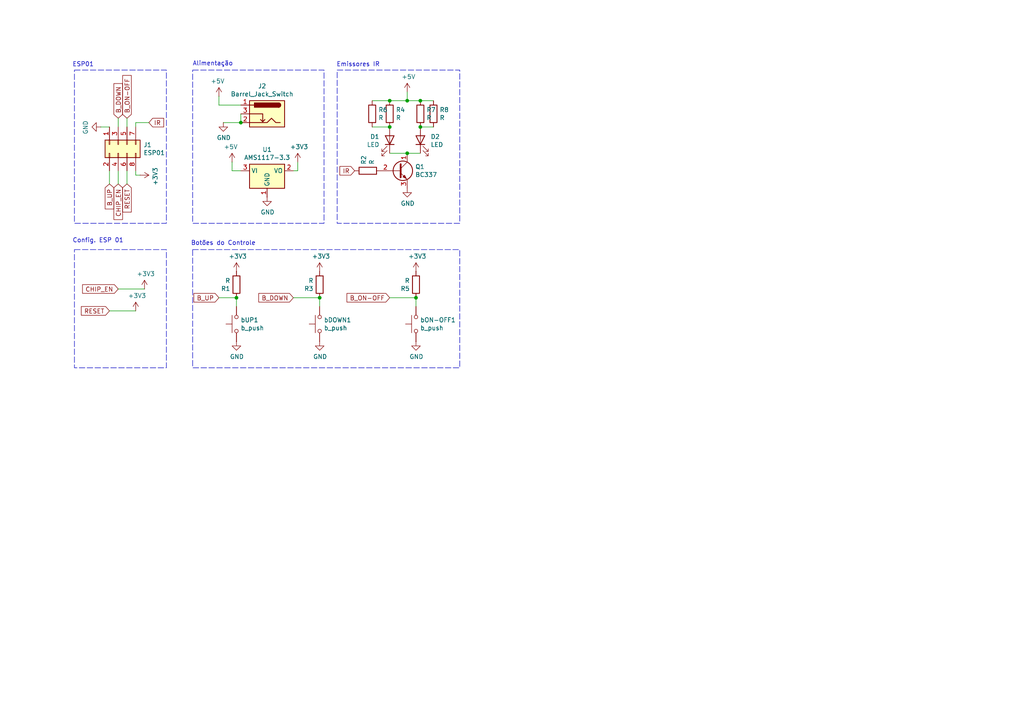
<source format=kicad_sch>
(kicad_sch (version 20250114) (generator "eeschema") (generator_version "9.0")
  (paper "A4")
  (title_block (title "Controle GREL") (date "2025-07-01") (rev "v1") (company "Tomaz"))
  (lib_symbols
    (symbol "Connector:Barrel_Jack_Switch" (pin_names (hide yes))
      (property "Reference" "J" (at 0 5.334 0))
      (property "Value" "Barrel_Jack_Switch" (at 0 -5.08 0))
      (symbol "Barrel_Jack_Switch_0_1"
        (rectangle (start -5.08 3.81) (end 5.08 -3.81) (stroke (width 0.254)) (fill (type background)))
        (polyline (pts (xy -3.81 -2.54) (xy -2.54 -2.54) (xy -1.27 -1.27) (xy 0 -2.54) (xy 2.54 -2.54) (xy 5.08 -2.54)) (stroke (width 0.254)))
        (arc (start -3.302 1.905) (mid -3.9343 2.54) (end -3.302 3.175) (stroke (width 0.254)))
        (arc (start -3.302 1.905) (mid -3.9343 2.54) (end -3.302 3.175) (stroke (width 0.254)) (fill (type outline)))
        (polyline (pts (xy 1.27 -2.286) (xy 1.905 -1.651)) (stroke (width 0.254)))
        (rectangle (start 3.683 3.175) (end -3.302 1.905) (stroke (width 0.254)) (fill (type outline)))
        (polyline (pts (xy 5.08 2.54) (xy 3.81 2.54)) (stroke (width 0.254)))
        (polyline (pts (xy 5.08 0) (xy 1.27 0) (xy 1.27 -2.286) (xy 0.635 -1.651)) (stroke (width 0.254)))
      )
      (symbol "Barrel_Jack_Switch_1_1"
        (pin passive line (at 7.62 2.54 180) (length 2.54) (name "~") (number "1"))
        (pin passive line (at 7.62 0 180) (length 2.54) (name "~") (number "3"))
        (pin passive line (at 7.62 -2.54 180) (length 2.54) (name "~") (number "2"))
      )
    )
    (symbol "Connector_Generic:Conn_02x04_Odd_Even" (pin_names (offset 1.016) (hide yes))
      (property "Reference" "J" (at 1.27 5.08 0))
      (property "Value" "Conn_02x04_Odd_Even" (at 1.27 -7.62 0))
      (symbol "Conn_02x04_Odd_Even_1_1"
        (rectangle (start -1.27 3.81) (end 3.81 -6.35) (stroke (width 0.254)) (fill (type background)))
        (rectangle (start -1.27 2.667) (end 0 2.413) (stroke (width 0.1524)))
        (rectangle (start -1.27 0.127) (end 0 -0.127) (stroke (width 0.1524)))
        (rectangle (start -1.27 -2.413) (end 0 -2.667) (stroke (width 0.1524)))
        (rectangle (start -1.27 -4.953) (end 0 -5.207) (stroke (width 0.1524)))
        (rectangle (start 3.81 2.667) (end 2.54 2.413) (stroke (width 0.1524)))
        (rectangle (start 3.81 0.127) (end 2.54 -0.127) (stroke (width 0.1524)))
        (rectangle (start 3.81 -2.413) (end 2.54 -2.667) (stroke (width 0.1524)))
        (rectangle (start 3.81 -4.953) (end 2.54 -5.207) (stroke (width 0.1524)))
        (pin passive line (at -5.08 2.54 0) (length 3.81) (name "Pin_1") (number "1"))
        (pin passive line (at -5.08 0 0) (length 3.81) (name "Pin_3") (number "3"))
        (pin passive line (at -5.08 -2.54 0) (length 3.81) (name "Pin_5") (number "5"))
        (pin passive line (at -5.08 -5.08 0) (length 3.81) (name "Pin_7") (number "7"))
        (pin passive line (at 7.62 2.54 180) (length 3.81) (name "Pin_2") (number "2"))
        (pin passive line (at 7.62 0 180) (length 3.81) (name "Pin_4") (number "4"))
        (pin passive line (at 7.62 -2.54 180) (length 3.81) (name "Pin_6") (number "6"))
        (pin passive line (at 7.62 -5.08 180) (length 3.81) (name "Pin_8") (number "8"))
      )
    )
    (symbol "Device:LED" (pin_numbers (hide yes)) (pin_names (offset 1.016) (hide yes))
      (property "Reference" "D" (at 0 2.54 0))
      (property "Value" "LED" (at 0 -2.54 0))
      (symbol "LED_0_1"
        (polyline (pts (xy -3.048 -0.762) (xy -4.572 -2.286) (xy -3.81 -2.286) (xy -4.572 -2.286) (xy -4.572 -1.524)))
        (polyline (pts (xy -1.778 -0.762) (xy -3.302 -2.286) (xy -2.54 -2.286) (xy -3.302 -2.286) (xy -3.302 -1.524)))
        (polyline (pts (xy -1.27 0) (xy 1.27 0)))
        (polyline (pts (xy -1.27 -1.27) (xy -1.27 1.27)) (stroke (width 0.254)))
        (polyline (pts (xy 1.27 -1.27) (xy 1.27 1.27) (xy -1.27 0) (xy 1.27 -1.27)) (stroke (width 0.254)))
      )
      (symbol "LED_1_1"
        (pin passive line (at -3.81 0 0) (length 2.54) (name "K") (number "1"))
        (pin passive line (at 3.81 0 180) (length 2.54) (name "A") (number "2"))
      )
    )
    (symbol "Device:R" (pin_numbers (hide yes)) (pin_names (offset 0))
      (property "Reference" "R" (at 2.032 0 90))
      (property "Value" "R" (at 0 0 90))
      (symbol "R_0_1"
        (rectangle (start -1.016 -2.54) (end 1.016 2.54) (stroke (width 0.254)))
      )
      (symbol "R_1_1"
        (pin passive line (at 0 3.81 270) (length 1.27) (name "~") (number "1"))
        (pin passive line (at 0 -3.81 90) (length 1.27) (name "~") (number "2"))
      )
    )
    (symbol "Regulator_Linear:AMS1117-3.3"
      (property "Reference" "U" (at -3.81 3.175 0))
      (property "Value" "AMS1117-3.3" (at 0 3.175 0))
      (symbol "AMS1117-3.3_0_1"
        (rectangle (start -5.08 -5.08) (end 5.08 1.905) (stroke (width 0.254)) (fill (type background)))
      )
      (symbol "AMS1117-3.3_1_1"
        (pin power_in line (at -7.62 0 0) (length 2.54) (name "VI") (number "3"))
        (pin power_in line (at 0 -7.62 90) (length 2.54) (name "GND") (number "1"))
        (pin power_out line (at 7.62 0 180) (length 2.54) (name "VO") (number "2"))
      )
    )
    (symbol "Switch:SW_Push" (pin_numbers (hide yes)) (pin_names (offset 1.016) (hide yes))
      (property "Reference" "SW" (at 1.27 2.54 0))
      (property "Value" "SW_Push" (at 0 -1.524 0))
      (symbol "SW_Push_0_1"
        (circle (center -2.032 0) (radius 0.508))
        (polyline (pts (xy 0 1.27) (xy 0 3.048)))
        (circle (center 2.032 0) (radius 0.508))
        (polyline (pts (xy 2.54 1.27) (xy -2.54 1.27)))
        (pin passive line (at -5.08 0 0) (length 2.54) (name "1") (number "1"))
        (pin passive line (at 5.08 0 180) (length 2.54) (name "2") (number "2"))
      )
    )
    (symbol "Transistor_BJT:BC337" (pin_names (offset 0) (hide yes))
      (property "Reference" "Q" (at 5.08 1.905 0))
      (property "Value" "BC337" (at 5.08 0 0))
      (symbol "BC337_0_1"
        (polyline (pts (xy -2.54 0) (xy 0.635 0)))
        (polyline (pts (xy 0.635 1.905) (xy 0.635 -1.905)) (stroke (width 0.508)))
        (circle (center 1.27 0) (radius 2.8194) (stroke (width 0.254)))
      )
      (symbol "BC337_1_1"
        (polyline (pts (xy 0.635 0.635) (xy 2.54 2.54)))
        (polyline (pts (xy 0.635 -0.635) (xy 2.54 -2.54)))
        (polyline (pts (xy 1.27 -1.778) (xy 1.778 -1.27) (xy 2.286 -2.286) (xy 1.27 -1.778)) (fill (type outline)))
        (pin input line (at -5.08 0 0) (length 2.54) (name "B") (number "2"))
        (pin passive line (at 2.54 5.08 270) (length 2.54) (name "C") (number "1"))
        (pin passive line (at 2.54 -5.08 90) (length 2.54) (name "E") (number "3"))
      )
    )
    (symbol "power:+3V3" (power) (pin_numbers (hide yes)) (pin_names (offset 0) (hide yes))
      (property "Value" "+3V3" (at 0 3.556 0))
      (symbol "+3V3_0_1"
        (polyline (pts (xy -0.762 1.27) (xy 0 2.54)))
        (polyline (pts (xy 0 2.54) (xy 0.762 1.27)))
        (polyline (pts (xy 0 0) (xy 0 2.54)))
      )
      (symbol "+3V3_1_1"
        (pin power_in line (at 0 0 90) (length 0) (name "~") (number "1"))
      )
    )
    (symbol "power:+5V" (power) (pin_numbers (hide yes)) (pin_names (offset 0) (hide yes))
      (property "Value" "+5V" (at 0 3.556 0))
      (symbol "+5V_0_1"
        (polyline (pts (xy -0.762 1.27) (xy 0 2.54)))
        (polyline (pts (xy 0 2.54) (xy 0.762 1.27)))
        (polyline (pts (xy 0 0) (xy 0 2.54)))
      )
      (symbol "+5V_1_1"
        (pin power_in line (at 0 0 90) (length 0) (name "~") (number "1"))
      )
    )
    (symbol "power:GND" (power) (pin_numbers (hide yes)) (pin_names (offset 0) (hide yes))
      (property "Value" "GND" (at 0 -3.81 0))
      (symbol "GND_0_1"
        (polyline (pts (xy 0 0) (xy 0 -1.27) (xy 1.27 -1.27) (xy 0 -2.54) (xy -1.27 -1.27) (xy 0 -1.27)))
      )
      (symbol "GND_1_1"
        (pin power_in line (at 0 0 270) (length 0) (name "~") (number "1"))
      )
    )
  )
  (rectangle (start 97.79 20.32) (end 133.35 64.77) (stroke (width 0) (type dash)))
  (rectangle (start 55.88 20.32) (end 93.98 64.77) (stroke (width 0) (type dash)))
  (rectangle (start 21.59 72.39) (end 48.26 106.68) (stroke (width 0) (type dash)))
  (rectangle (start 21.59 20.32) (end 48.26 64.77) (stroke (width 0) (type dash)))
  (rectangle (start 55.88 72.39) (end 133.35 106.68) (stroke (width 0) (type dash)))
  (text "Botões do Controle" (at 64.77 70.612 0) (effects (font (size 1.27 1.27))))
  (text "Config. ESP 01" (at 28.448 69.85 0) (effects (font (size 1.27 1.27))))
  (text "Emissores IR\n" (at 103.886 18.796 0) (effects (font (size 1.27 1.27))))
  (text "ESP01\n" (at 24.13 18.796 0) (effects (font (size 1.27 1.27))))
  (text "Alimentação\n" (at 61.722 18.542 0) (effects (font (size 1.27 1.27))))
  (junction (at 118.11 29.21))
  (junction (at 121.92 36.83))
  (junction (at 69.85 35.56))
  (junction (at 92.71 86.36))
  (junction (at 121.92 29.21))
  (junction (at 113.03 36.83))
  (junction (at 120.65 86.36))
  (junction (at 68.58 86.36))
  (junction (at 113.03 29.21))
  (junction (at 118.11 44.45))
  (wire (pts (xy 43.18 35.56) (xy 39.37 35.56)))
  (wire (pts (xy 85.09 86.36) (xy 92.71 86.36)))
  (wire (pts (xy 67.31 49.53) (xy 69.85 49.53)))
  (wire (pts (xy 63.5 27.94) (xy 63.5 30.48)))
  (wire (pts (xy 68.58 86.36) (xy 68.58 88.9)))
  (wire (pts (xy 118.11 26.67) (xy 118.11 29.21)))
  (wire (pts (xy 36.83 34.29) (xy 36.83 36.83)))
  (wire (pts (xy 39.37 50.8) (xy 40.64 50.8)))
  (wire (pts (xy 31.75 53.34) (xy 31.75 49.53)))
  (wire (pts (xy 64.77 35.56) (xy 69.85 35.56)))
  (wire (pts (xy 29.21 36.83) (xy 31.75 36.83)))
  (wire (pts (xy 118.11 29.21) (xy 113.03 29.21)))
  (wire (pts (xy 63.5 86.36) (xy 68.58 86.36)))
  (wire (pts (xy 34.29 34.29) (xy 34.29 36.83)))
  (wire (pts (xy 86.36 46.99) (xy 86.36 49.53)))
  (wire (pts (xy 39.37 49.53) (xy 39.37 50.8)))
  (wire (pts (xy 36.83 53.34) (xy 36.83 49.53)))
  (wire (pts (xy 125.73 36.83) (xy 121.92 36.83)))
  (wire (pts (xy 34.29 53.34) (xy 34.29 49.53)))
  (wire (pts (xy 86.36 49.53) (xy 85.09 49.53)))
  (wire (pts (xy 118.11 44.45) (xy 121.92 44.45)))
  (wire (pts (xy 63.5 30.48) (xy 69.85 30.48)))
  (wire (pts (xy 67.31 46.99) (xy 67.31 49.53)))
  (wire (pts (xy 107.95 36.83) (xy 113.03 36.83)))
  (wire (pts (xy 39.37 35.56) (xy 39.37 36.83)))
  (wire (pts (xy 113.03 44.45) (xy 118.11 44.45)))
  (wire (pts (xy 41.91 83.82) (xy 34.29 83.82)))
  (wire (pts (xy 113.03 86.36) (xy 120.65 86.36)))
  (wire (pts (xy 69.85 35.56) (xy 69.85 33.02)))
  (wire (pts (xy 120.65 86.36) (xy 120.65 88.9)))
  (wire (pts (xy 39.37 90.17) (xy 31.75 90.17)))
  (wire (pts (xy 113.03 29.21) (xy 107.95 29.21)))
  (wire (pts (xy 118.11 29.21) (xy 121.92 29.21)))
  (wire (pts (xy 121.92 29.21) (xy 125.73 29.21)))
  (wire (pts (xy 92.71 86.36) (xy 92.71 88.9)))
  (global_label "RESET" (shape input) (at 31.75 90.17 180) (property "Intersheetrefs" "${INTERSHEET_REFS}" (effects (hide yes))))
  (global_label "B_DOWN" (shape input) (at 34.29 34.29 90) (property "Intersheetrefs" "${INTERSHEET_REFS}" (effects (hide yes))))
  (global_label "CHIP_EN" (shape input) (at 34.29 53.34 270) (property "Intersheetrefs" "${INTERSHEET_REFS}" (effects (hide yes))))
  (global_label "IR" (shape input) (at 43.18 35.56 0) (property "Intersheetrefs" "${INTERSHEET_REFS}" (effects (hide yes))))
  (global_label "IR" (shape input) (at 102.87 49.53 180) (property "Intersheetrefs" "${INTERSHEET_REFS}" (effects (hide yes))))
  (global_label "B_UP" (shape input) (at 31.75 53.34 270) (property "Intersheetrefs" "${INTERSHEET_REFS}" (effects (hide yes))))
  (global_label "B_ON-OFF" (shape input) (at 36.83 34.29 90) (property "Intersheetrefs" "${INTERSHEET_REFS}" (effects (hide yes))))
  (global_label "RESET" (shape input) (at 36.83 53.34 270) (property "Intersheetrefs" "${INTERSHEET_REFS}" (effects (hide yes))))
  (global_label "B_UP" (shape input) (at 63.5 86.36 180) (property "Intersheetrefs" "${INTERSHEET_REFS}" (effects (hide yes))))
  (global_label "B_DOWN" (shape input) (at 85.09 86.36 180) (property "Intersheetrefs" "${INTERSHEET_REFS}" (effects (hide yes))))
  (global_label "B_ON-OFF" (shape input) (at 113.03 86.36 180) (property "Intersheetrefs" "${INTERSHEET_REFS}" (effects (hide yes))))
  (global_label "CHIP_EN" (shape input) (at 34.29 83.82 180) (property "Intersheetrefs" "${INTERSHEET_REFS}" (effects (hide yes))))
  (symbol (lib_id "Connector_Generic:Conn_02x04_Odd_Even") (at 34.29 41.91 90) (mirror x) (unit 1)
    (property "Reference" "J1" (at 41.6052 42.0116 90) (effects (justify right)))
    (property "Value" "ESP01" (at 41.6052 44.323 90) (effects (justify right)))
    (property "Footprint" "Connector_PinSocket_2.54mm:PinSocket_2x04_P2.54mm_Vertical" (effects (hide yes)))
  )
  (symbol (lib_id "Device:LED") (at 113.03 40.64 270) (mirror x) (unit 1)
    (property "Reference" "D1" (at 110.0582 39.6494 90) (effects (justify right)))
    (property "Value" "LED" (at 110.0582 41.9608 90) (effects (justify right)))
    (property "Footprint" "LED_THT:LED_D5.0mm" (effects (hide yes)))
  )
  (symbol (lib_id "Device:LED") (at 121.92 40.64 90) (unit 1)
    (property "Reference" "D2" (at 124.8918 39.6494 90) (effects (justify right)))
    (property "Value" "LED" (at 124.8918 41.9608 90) (effects (justify right)))
    (property "Footprint" "LED_THT:LED_D5.0mm" (effects (hide yes)))
  )
  (symbol (lib_id "Transistor_BJT:BC337") (at 115.57 49.53 0) (unit 1)
    (property "Reference" "Q1" (at 120.4214 48.3616 0) (effects (justify left)))
    (property "Value" "BC337" (at 120.4214 50.673 0) (effects (justify left)))
    (property "Footprint" "Package_TO_SOT_THT:TO-92_Inline" (effects (hide yes)))
    (property "Datasheet" "https://diotec.com/tl_files/diotec/files/pdf/datasheets/bc337.pdf" (effects (hide yes)))
  )
  (symbol (lib_id "power:GND") (at 118.11 54.61 0) (unit 1)
    (property "Reference" "#PWR0101" (effects (hide yes)))
    (property "Value" "GND" (at 118.237 59.0042 0))
  )
  (symbol (lib_id "power:+5V") (at 118.11 26.67 0) (unit 1)
    (property "Reference" "#PWR0102" (effects (hide yes)))
    (property "Value" "+5V" (at 118.491 22.2758 0))
  )
  (symbol (lib_id "Device:R") (at 113.03 33.02 0) (unit 1)
    (property "Reference" "R4" (at 114.808 31.8516 0) (effects (justify left)))
    (property "Value" "R" (at 114.808 34.163 0) (effects (justify left)))
    (property "Footprint" "Resistor_THT:R_Axial_DIN0207_L6.3mm_D2.5mm_P7.62mm_Horizontal" (effects (hide yes)))
  )
  (symbol (lib_id "Regulator_Linear:AMS1117-3.3") (at 77.47 49.53 0) (unit 1)
    (property "Reference" "U1" (at 77.47 43.3832 0))
    (property "Value" "AMS1117-3.3" (at 77.47 45.6946 0))
    (property "Footprint" "Package_TO_SOT_SMD:SOT-223-3_TabPin2" (effects (hide yes)))
    (property "Datasheet" "http://www.advanced-monolithic.com/pdf/ds1117.pdf" (effects (hide yes)))
  )
  (symbol (lib_id "Device:R") (at 106.68 49.53 90) (unit 1)
    (property "Reference" "R2" (at 105.5116 47.752 0) (effects (justify left)))
    (property "Value" "R" (at 107.823 47.752 0) (effects (justify left)))
    (property "Footprint" "Resistor_THT:R_Axial_DIN0207_L6.3mm_D2.5mm_P7.62mm_Horizontal" (effects (hide yes)))
  )
  (symbol (lib_id "power:+5V") (at 67.31 46.99 0) (mirror y) (unit 1)
    (property "Reference" "#PWR0103" (effects (hide yes)))
    (property "Value" "+5V" (at 66.929 42.5958 0))
  )
  (symbol (lib_id "power:+3V3") (at 86.36 46.99 0) (unit 1)
    (property "Reference" "#PWR0104" (effects (hide yes)))
    (property "Value" "+3V3" (at 86.741 42.5958 0))
  )
  (symbol (lib_id "power:GND") (at 77.47 57.15 0) (unit 1)
    (property "Reference" "#PWR0105" (effects (hide yes)))
    (property "Value" "GND" (at 77.597 61.5442 0))
  )
  (symbol (lib_id "power:GND") (at 29.21 36.83 270) (unit 1)
    (property "Reference" "#PWR0106" (effects (hide yes)))
    (property "Value" "GND" (at 24.8158 36.957 0))
  )
  (symbol (lib_id "power:+3V3") (at 40.64 50.8 270) (unit 1)
    (property "Reference" "#PWR0107" (effects (hide yes)))
    (property "Value" "+3V3" (at 45.0342 51.181 0))
  )
  (symbol (lib_id "power:+3V3") (at 41.91 83.82 0) (unit 1)
    (property "Reference" "#PWR0108" (effects (hide yes)))
    (property "Value" "+3V3" (at 42.291 79.4258 0))
  )
  (symbol (lib_id "power:+3V3") (at 39.37 90.17 0) (unit 1)
    (property "Reference" "#PWR0109" (effects (hide yes)))
    (property "Value" "+3V3" (at 39.751 85.7758 0))
  )
  (symbol (lib_id "Switch:SW_Push") (at 68.58 93.98 90) (unit 1)
    (property "Reference" "bUP1" (at 69.7992 92.8116 90) (effects (justify right)))
    (property "Value" "b_push" (at 69.7992 95.123 90) (effects (justify right)))
    (property "Footprint" "Connector_PinHeader_2.54mm:PinHeader_1x02_P2.54mm_Vertical" (effects (hide yes)))
  )
  (symbol (lib_id "Device:R") (at 68.58 82.55 180) (unit 1)
    (property "Reference" "R1" (at 66.802 83.7184 0) (effects (justify left)))
    (property "Value" "R" (at 66.802 81.407 0) (effects (justify left)))
    (property "Footprint" "Resistor_THT:R_Axial_DIN0207_L6.3mm_D2.5mm_P7.62mm_Horizontal" (effects (hide yes)))
  )
  (symbol (lib_id "power:GND") (at 68.58 99.06 0) (unit 1)
    (property "Reference" "#PWR0110" (effects (hide yes)))
    (property "Value" "GND" (at 68.707 103.4542 0))
  )
  (symbol (lib_id "power:+3V3") (at 68.58 78.74 0) (unit 1)
    (property "Reference" "#PWR0111" (effects (hide yes)))
    (property "Value" "+3V3" (at 68.961 74.3458 0))
  )
  (symbol (lib_id "Switch:SW_Push") (at 92.71 93.98 90) (unit 1)
    (property "Reference" "bDOWN1" (at 93.9292 92.8116 90) (effects (justify right)))
    (property "Value" "b_push" (at 93.9292 95.123 90) (effects (justify right)))
    (property "Footprint" "Connector_PinHeader_2.54mm:PinHeader_1x02_P2.54mm_Vertical" (effects (hide yes)))
  )
  (symbol (lib_id "Device:R") (at 92.71 82.55 180) (unit 1)
    (property "Reference" "R3" (at 90.932 83.7184 0) (effects (justify left)))
    (property "Value" "R" (at 90.932 81.407 0) (effects (justify left)))
    (property "Footprint" "Resistor_THT:R_Axial_DIN0207_L6.3mm_D2.5mm_P7.62mm_Horizontal" (effects (hide yes)))
  )
  (symbol (lib_id "power:GND") (at 92.71 99.06 0) (unit 1)
    (property "Reference" "#PWR0112" (effects (hide yes)))
    (property "Value" "GND" (at 92.837 103.4542 0))
  )
  (symbol (lib_id "power:+3V3") (at 92.71 78.74 0) (unit 1)
    (property "Reference" "#PWR0113" (effects (hide yes)))
    (property "Value" "+3V3" (at 93.091 74.3458 0))
  )
  (symbol (lib_id "Switch:SW_Push") (at 120.65 93.98 90) (unit 1)
    (property "Reference" "bON-OFF1" (at 121.8692 92.8116 90) (effects (justify right)))
    (property "Value" "b_push" (at 121.8692 95.123 90) (effects (justify right)))
    (property "Footprint" "Connector_PinHeader_2.54mm:PinHeader_1x02_P2.54mm_Vertical" (effects (hide yes)))
  )
  (symbol (lib_id "Device:R") (at 120.65 82.55 180) (unit 1)
    (property "Reference" "R5" (at 118.872 83.7184 0) (effects (justify left)))
    (property "Value" "R" (at 118.872 81.407 0) (effects (justify left)))
    (property "Footprint" "Resistor_THT:R_Axial_DIN0207_L6.3mm_D2.5mm_P7.62mm_Horizontal" (effects (hide yes)))
  )
  (symbol (lib_id "power:GND") (at 120.65 99.06 0) (unit 1)
    (property "Reference" "#PWR0114" (effects (hide yes)))
    (property "Value" "GND" (at 120.777 103.4542 0))
  )
  (symbol (lib_id "power:+3V3") (at 120.65 78.74 0) (unit 1)
    (property "Reference" "#PWR0115" (effects (hide yes)))
    (property "Value" "+3V3" (at 121.031 74.3458 0))
  )
  (symbol (lib_id "Device:R") (at 121.92 33.02 0) (unit 1)
    (property "Reference" "R7" (at 123.698 31.8516 0) (effects (justify left)))
    (property "Value" "R" (at 123.698 34.163 0) (effects (justify left)))
    (property "Footprint" "Resistor_THT:R_Axial_DIN0207_L6.3mm_D2.5mm_P7.62mm_Horizontal" (effects (hide yes)))
  )
  (symbol (lib_id "Device:R") (at 107.95 33.02 0) (unit 1)
    (property "Reference" "R6" (at 109.728 31.8516 0) (effects (justify left)))
    (property "Value" "R" (at 109.728 34.163 0) (effects (justify left)))
    (property "Footprint" "Resistor_THT:R_Axial_DIN0207_L6.3mm_D2.5mm_P7.62mm_Horizontal" (effects (hide yes)))
  )
  (symbol (lib_id "Device:R") (at 125.73 33.02 0) (unit 1)
    (property "Reference" "R8" (at 127.508 31.8516 0) (effects (justify left)))
    (property "Value" "R" (at 127.508 34.163 0) (effects (justify left)))
    (property "Footprint" "Resistor_THT:R_Axial_DIN0207_L6.3mm_D2.5mm_P7.62mm_Horizontal" (effects (hide yes)))
  )
  (symbol (lib_id "Connector:Barrel_Jack_Switch") (at 77.47 33.02 0) (mirror y) (unit 1)
    (property "Reference" "J2" (at 76.0222 24.9682 0))
    (property "Value" "Barrel_Jack_Switch" (at 76.0222 27.2796 0))
    (property "Footprint" "Connector_BarrelJack:BarrelJack_Horizontal" (effects (hide yes)))
  )
  (symbol (lib_id "power:+5V") (at 63.5 27.94 0) (mirror y) (unit 1)
    (property "Reference" "#PWR0116" (effects (hide yes)))
    (property "Value" "+5V" (at 63.119 23.5458 0))
  )
  (symbol (lib_id "power:GND") (at 64.77 35.56 0) (unit 1)
    (property "Reference" "#PWR0117" (effects (hide yes)))
    (property "Value" "GND" (at 64.897 39.9542 0))
  )
)
</source>
